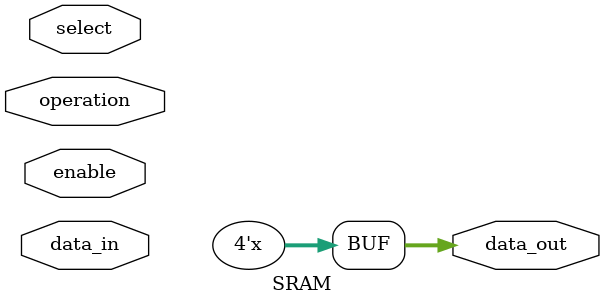
<source format=v>
`timescale 1ns / 1ps


module SRAM(
    input [1:0]select,
    input operation,enable,
    input [3:0]data_in,
    output reg [3:0]data_out
    );
    reg [3:0] memory[3:0];

    always @(*)
    begin
        if(!operation)
        begin
            case(select)
                2'b00: memory[0]=data_in;
                2'b01: memory[1]=data_in;
                2'b10: memory[2]=data_in;
                2'b11: memory[3]=data_in;
            endcase
        end
        else
        begin
            case(select)
                2'b00: data_out = memory[0];
                2'b01: data_out = memory[1];
                2'b10: data_out = memory[2];
                2'b11: data_out = memory[3];
            endcase
        end 
    end
endmodule

</source>
